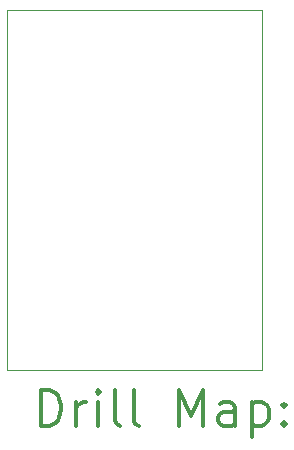
<source format=gbr>
%FSLAX45Y45*%
G04 Gerber Fmt 4.5, Leading zero omitted, Abs format (unit mm)*
G04 Created by KiCad (PCBNEW (5.1.9)-1) date 2021-03-23 22:35:51*
%MOMM*%
%LPD*%
G01*
G04 APERTURE LIST*
%TA.AperFunction,Profile*%
%ADD10C,0.050000*%
%TD*%
%ADD11C,0.200000*%
%ADD12C,0.300000*%
G04 APERTURE END LIST*
D10*
X13335000Y-5588000D02*
X11176000Y-5588000D01*
X13335000Y-8636000D02*
X13335000Y-5588000D01*
X11176000Y-8636000D02*
X13335000Y-8636000D01*
X11176000Y-5588000D02*
X11176000Y-8636000D01*
D11*
D12*
X11459928Y-9104214D02*
X11459928Y-8804214D01*
X11531357Y-8804214D01*
X11574214Y-8818500D01*
X11602786Y-8847072D01*
X11617071Y-8875643D01*
X11631357Y-8932786D01*
X11631357Y-8975643D01*
X11617071Y-9032786D01*
X11602786Y-9061357D01*
X11574214Y-9089929D01*
X11531357Y-9104214D01*
X11459928Y-9104214D01*
X11759928Y-9104214D02*
X11759928Y-8904214D01*
X11759928Y-8961357D02*
X11774214Y-8932786D01*
X11788500Y-8918500D01*
X11817071Y-8904214D01*
X11845643Y-8904214D01*
X11945643Y-9104214D02*
X11945643Y-8904214D01*
X11945643Y-8804214D02*
X11931357Y-8818500D01*
X11945643Y-8832786D01*
X11959928Y-8818500D01*
X11945643Y-8804214D01*
X11945643Y-8832786D01*
X12131357Y-9104214D02*
X12102786Y-9089929D01*
X12088500Y-9061357D01*
X12088500Y-8804214D01*
X12288500Y-9104214D02*
X12259928Y-9089929D01*
X12245643Y-9061357D01*
X12245643Y-8804214D01*
X12631357Y-9104214D02*
X12631357Y-8804214D01*
X12731357Y-9018500D01*
X12831357Y-8804214D01*
X12831357Y-9104214D01*
X13102786Y-9104214D02*
X13102786Y-8947072D01*
X13088500Y-8918500D01*
X13059928Y-8904214D01*
X13002786Y-8904214D01*
X12974214Y-8918500D01*
X13102786Y-9089929D02*
X13074214Y-9104214D01*
X13002786Y-9104214D01*
X12974214Y-9089929D01*
X12959928Y-9061357D01*
X12959928Y-9032786D01*
X12974214Y-9004214D01*
X13002786Y-8989929D01*
X13074214Y-8989929D01*
X13102786Y-8975643D01*
X13245643Y-8904214D02*
X13245643Y-9204214D01*
X13245643Y-8918500D02*
X13274214Y-8904214D01*
X13331357Y-8904214D01*
X13359928Y-8918500D01*
X13374214Y-8932786D01*
X13388500Y-8961357D01*
X13388500Y-9047072D01*
X13374214Y-9075643D01*
X13359928Y-9089929D01*
X13331357Y-9104214D01*
X13274214Y-9104214D01*
X13245643Y-9089929D01*
X13517071Y-9075643D02*
X13531357Y-9089929D01*
X13517071Y-9104214D01*
X13502786Y-9089929D01*
X13517071Y-9075643D01*
X13517071Y-9104214D01*
X13517071Y-8918500D02*
X13531357Y-8932786D01*
X13517071Y-8947072D01*
X13502786Y-8932786D01*
X13517071Y-8918500D01*
X13517071Y-8947072D01*
M02*

</source>
